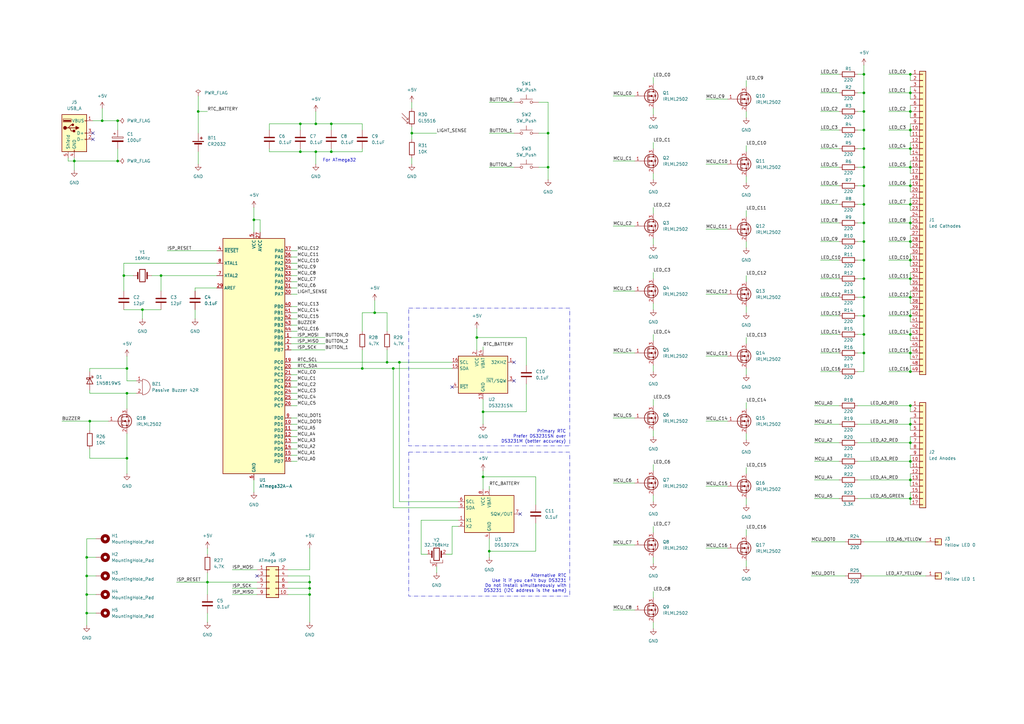
<source format=kicad_sch>
(kicad_sch (version 20250114) (generator "eeschema") (generator_version "9.0")
  (paper "A3")
  (title_block (title "SuperClock v3.1 Controller"))
  (rectangle (start 167.64 185.42) (end 233.68 244.475) (stroke (width 0) (type dash_dot)))
  (rectangle (start 167.64 126.365) (end 233.68 182.88) (stroke (width 0) (type dash_dot)))
  (text "Primary RTC\nPrefer DS3231SN over\nDS3231M (better accuracy)" (at 232.156 179.07 0) (effects (font (size 1.27 1.27)) (justify right)))
  (text "Alternative RTC\nUse it if you can't buy DS3231\nDo not install simultaneously with\nDS3231 (I2C address is the same)" (at 232.41 239.268 0) (effects (font (size 1.27 1.27)) (justify right)))
  (text "For ATmega32" (at 139.192 65.786 0) (effects (font (size 1.27 1.27))))
  (junction (at 200.66 226.06))
  (junction (at 354.33 83.82))
  (junction (at 373.38 106.68))
  (junction (at 35.56 228.6))
  (junction (at 354.33 91.44))
  (junction (at 354.33 144.78))
  (junction (at 36.83 172.72))
  (junction (at 35.56 236.22))
  (junction (at 373.38 114.3))
  (junction (at 354.33 106.68))
  (junction (at 354.33 30.48))
  (junction (at 195.58 138.43))
  (junction (at 129.54 62.23))
  (junction (at 135.89 62.23))
  (junction (at 373.38 76.2))
  (junction (at 354.33 68.58))
  (junction (at 158.75 148.59))
  (junction (at 48.26 49.53))
  (junction (at 30.48 66.04))
  (junction (at 373.38 99.06))
  (junction (at 81.28 45.72))
  (junction (at 373.38 30.48))
  (junction (at 354.33 114.3))
  (junction (at 373.38 45.72))
  (junction (at 373.38 137.16))
  (junction (at 123.19 62.23))
  (junction (at 161.29 151.13))
  (junction (at 373.38 181.61))
  (junction (at 48.26 66.04))
  (junction (at 354.33 99.06))
  (junction (at 52.07 161.29))
  (junction (at 354.33 53.34))
  (junction (at 50.8 113.03))
  (junction (at 52.07 187.96))
  (junction (at 104.14 90.17))
  (junction (at 373.38 68.58))
  (junction (at 224.79 68.58))
  (junction (at 66.04 113.03))
  (junction (at 35.56 251.46))
  (junction (at 129.54 50.8))
  (junction (at 58.42 127))
  (junction (at 168.91 54.61))
  (junction (at 41.91 49.53))
  (junction (at 52.07 151.13))
  (junction (at 373.38 144.78))
  (junction (at 373.38 38.1))
  (junction (at 123.19 50.8))
  (junction (at 373.38 166.37))
  (junction (at 153.67 128.27))
  (junction (at 163.83 148.59))
  (junction (at 354.33 129.54))
  (junction (at 224.79 54.61))
  (junction (at 373.38 189.23))
  (junction (at 354.33 137.16))
  (junction (at 373.38 196.85))
  (junction (at 373.38 204.47))
  (junction (at 85.09 238.76))
  (junction (at 127 238.76))
  (junction (at 198.12 195.58))
  (junction (at 354.33 76.2))
  (junction (at 354.33 60.96))
  (junction (at 373.38 152.4))
  (junction (at 373.38 83.82))
  (junction (at 135.89 50.8))
  (junction (at 354.33 121.92))
  (junction (at 198.12 168.91))
  (junction (at 148.59 151.13))
  (junction (at 127 241.3))
  (junction (at 354.33 45.72))
  (junction (at 373.38 121.92))
  (junction (at 373.38 129.54))
  (junction (at 373.38 53.34))
  (junction (at 373.38 173.99))
  (junction (at 127 243.84))
  (junction (at 354.33 38.1))
  (junction (at 373.38 60.96))
  (junction (at 35.56 243.84))
  (junction (at 373.38 91.44))
  (no_connect (at 185.42 158.75))
  (no_connect (at 210.82 148.59))
  (no_connect (at 38.1 54.61))
  (no_connect (at 38.1 57.15))
  (no_connect (at 213.36 210.82))
  (no_connect (at 210.82 156.21))
  (no_connect (at 105.41 236.22))
  (wire (pts (xy 364.49 121.92) (xy 373.38 121.92)))
  (wire (pts (xy 119.38 107.95) (xy 121.92 107.95)))
  (wire (pts (xy 52.07 177.8) (xy 52.07 187.96)))
  (wire (pts (xy 351.79 196.85) (xy 373.38 196.85)))
  (wire (pts (xy 306.07 204.47) (xy 306.07 207.01)))
  (wire (pts (xy 373.38 76.2) (xy 373.38 78.74)))
  (wire (pts (xy 306.07 177.8) (xy 306.07 180.34)))
  (wire (pts (xy 351.79 166.37) (xy 373.38 166.37)))
  (wire (pts (xy 168.91 64.77) (xy 168.91 67.31)))
  (wire (pts (xy 198.12 195.58) (xy 198.12 200.66)))
  (wire (pts (xy 351.79 106.68) (xy 354.33 106.68)))
  (wire (pts (xy 373.38 91.44) (xy 373.38 93.98)))
  (wire (pts (xy 354.33 91.44) (xy 354.33 99.06)))
  (wire (pts (xy 168.91 52.07) (xy 168.91 54.61)))
  (wire (pts (xy 251.46 250.19) (xy 260.35 250.19)))
  (wire (pts (xy 306.07 113.03) (xy 306.07 115.57)))
  (wire (pts (xy 215.9 138.43) (xy 195.58 138.43)))
  (wire (pts (xy 35.56 236.22) (xy 39.37 236.22)))
  (wire (pts (xy 119.38 113.03) (xy 121.92 113.03)))
  (wire (pts (xy 30.48 64.77) (xy 30.48 66.04)))
  (wire (pts (xy 95.25 243.84) (xy 105.41 243.84)))
  (wire (pts (xy 129.54 50.8) (xy 123.19 50.8)))
  (wire (pts (xy 48.26 66.04) (xy 30.48 66.04)))
  (wire (pts (xy 215.9 138.43) (xy 215.9 149.86)))
  (wire (pts (xy 267.97 71.12) (xy 267.97 73.66)))
  (wire (pts (xy 119.38 143.51) (xy 133.35 143.51)))
  (wire (pts (xy 289.56 120.65) (xy 298.45 120.65)))
  (wire (pts (xy 334.01 196.85) (xy 344.17 196.85)))
  (wire (pts (xy 119.38 156.21) (xy 121.92 156.21)))
  (wire (pts (xy 267.97 124.46) (xy 267.97 127)))
  (wire (pts (xy 200.66 199.39) (xy 200.66 200.66)))
  (wire (pts (xy 354.33 53.34) (xy 354.33 60.96)))
  (wire (pts (xy 119.38 138.43) (xy 133.35 138.43)))
  (wire (pts (xy 119.38 130.81) (xy 121.92 130.81)))
  (wire (pts (xy 148.59 143.51) (xy 148.59 151.13)))
  (wire (pts (xy 195.58 134.62) (xy 195.58 138.43)))
  (wire (pts (xy 354.33 68.58) (xy 354.33 76.2)))
  (wire (pts (xy 119.38 110.49) (xy 121.92 110.49)))
  (wire (pts (xy 354.33 114.3) (xy 354.33 121.92)))
  (wire (pts (xy 336.55 45.72) (xy 344.17 45.72)))
  (wire (pts (xy 373.38 58.42) (xy 373.38 60.96)))
  (wire (pts (xy 351.79 91.44) (xy 354.33 91.44)))
  (wire (pts (xy 364.49 68.58) (xy 373.38 68.58)))
  (wire (pts (xy 267.97 97.79) (xy 267.97 100.33)))
  (wire (pts (xy 373.38 50.8) (xy 373.38 53.34)))
  (wire (pts (xy 123.19 62.23) (xy 123.19 60.96)))
  (wire (pts (xy 66.04 113.03) (xy 66.04 119.38)))
  (wire (pts (xy 163.83 148.59) (xy 163.83 205.74)))
  (wire (pts (xy 351.79 99.06) (xy 354.33 99.06)))
  (wire (pts (xy 373.38 186.69) (xy 373.38 189.23)))
  (wire (pts (xy 127 238.76) (xy 127 241.3)))
  (wire (pts (xy 306.07 72.39) (xy 306.07 74.93)))
  (wire (pts (xy 185.42 215.9) (xy 185.42 227.33)))
  (wire (pts (xy 267.97 44.45) (xy 267.97 46.99)))
  (wire (pts (xy 336.55 152.4) (xy 344.17 152.4)))
  (wire (pts (xy 336.55 99.06) (xy 344.17 99.06)))
  (wire (pts (xy 119.38 179.07) (xy 121.92 179.07)))
  (wire (pts (xy 50.8 107.95) (xy 50.8 113.03)))
  (wire (pts (xy 219.71 214.63) (xy 219.71 226.06)))
  (wire (pts (xy 129.54 45.72) (xy 129.54 50.8)))
  (wire (pts (xy 336.55 121.92) (xy 344.17 121.92)))
  (wire (pts (xy 267.97 228.6) (xy 267.97 231.14)))
  (wire (pts (xy 267.97 242.57) (xy 267.97 245.11)))
  (wire (pts (xy 373.38 99.06) (xy 373.38 101.6)))
  (wire (pts (xy 289.56 67.31) (xy 298.45 67.31)))
  (wire (pts (xy 119.38 153.67) (xy 121.92 153.67)))
  (wire (pts (xy 267.97 190.5) (xy 267.97 193.04)))
  (wire (pts (xy 364.49 152.4) (xy 373.38 152.4)))
  (wire (pts (xy 267.97 203.2) (xy 267.97 205.74)))
  (wire (pts (xy 373.38 83.82) (xy 373.38 86.36)))
  (wire (pts (xy 354.33 30.48) (xy 354.33 38.1)))
  (wire (pts (xy 119.38 181.61) (xy 121.92 181.61)))
  (wire (pts (xy 364.49 114.3) (xy 373.38 114.3)))
  (wire (pts (xy 95.25 241.3) (xy 105.41 241.3)))
  (wire (pts (xy 251.46 144.78) (xy 260.35 144.78)))
  (wire (pts (xy 119.38 125.73) (xy 121.92 125.73)))
  (wire (pts (xy 163.83 148.59) (xy 158.75 148.59)))
  (wire (pts (xy 123.19 53.34) (xy 123.19 50.8)))
  (wire (pts (xy 148.59 62.23) (xy 148.59 60.96)))
  (wire (pts (xy 110.49 53.34) (xy 110.49 50.8)))
  (wire (pts (xy 36.83 151.13) (xy 52.07 151.13)))
  (wire (pts (xy 267.97 163.83) (xy 267.97 166.37)))
  (wire (pts (xy 119.38 135.89) (xy 121.92 135.89)))
  (wire (pts (xy 35.56 243.84) (xy 39.37 243.84)))
  (wire (pts (xy 119.38 115.57) (xy 121.92 115.57)))
  (wire (pts (xy 80.01 118.11) (xy 80.01 119.38)))
  (wire (pts (xy 267.97 111.76) (xy 267.97 114.3)))
  (wire (pts (xy 35.56 228.6) (xy 39.37 228.6)))
  (wire (pts (xy 135.89 62.23) (xy 129.54 62.23)))
  (wire (pts (xy 30.48 66.04) (xy 30.48 69.85)))
  (wire (pts (xy 52.07 156.21) (xy 52.07 151.13)))
  (wire (pts (xy 373.38 35.56) (xy 373.38 38.1)))
  (wire (pts (xy 172.72 213.36) (xy 172.72 227.33)))
  (wire (pts (xy 148.59 135.89) (xy 148.59 128.27)))
  (wire (pts (xy 306.07 191.77) (xy 306.07 194.31)))
  (wire (pts (xy 373.38 119.38) (xy 373.38 121.92)))
  (wire (pts (xy 200.66 41.91) (xy 210.82 41.91)))
  (wire (pts (xy 373.38 43.18) (xy 373.38 45.72)))
  (wire (pts (xy 80.01 127) (xy 80.01 130.81)))
  (wire (pts (xy 118.11 243.84) (xy 127 243.84)))
  (wire (pts (xy 35.56 251.46) (xy 35.56 256.54)))
  (wire (pts (xy 224.79 68.58) (xy 224.79 73.66)))
  (wire (pts (xy 251.46 92.71) (xy 260.35 92.71)))
  (wire (pts (xy 50.8 107.95) (xy 88.9 107.95)))
  (wire (pts (xy 36.83 152.4) (xy 36.83 151.13)))
  (wire (pts (xy 251.46 171.45) (xy 260.35 171.45)))
  (wire (pts (xy 332.74 222.25) (xy 346.71 222.25)))
  (wire (pts (xy 148.59 53.34) (xy 148.59 50.8)))
  (wire (pts (xy 267.97 137.16) (xy 267.97 139.7)))
  (wire (pts (xy 219.71 195.58) (xy 198.12 195.58)))
  (wire (pts (xy 36.83 172.72) (xy 36.83 176.53)))
  (wire (pts (xy 127 236.22) (xy 127 238.76)))
  (wire (pts (xy 220.98 68.58) (xy 224.79 68.58)))
  (wire (pts (xy 373.38 45.72) (xy 373.38 48.26)))
  (wire (pts (xy 351.79 53.34) (xy 354.33 53.34)))
  (wire (pts (xy 36.83 187.96) (xy 52.07 187.96)))
  (wire (pts (xy 354.33 83.82) (xy 354.33 91.44)))
  (wire (pts (xy 110.49 62.23) (xy 123.19 62.23)))
  (wire (pts (xy 334.01 173.99) (xy 344.17 173.99)))
  (wire (pts (xy 161.29 151.13) (xy 148.59 151.13)))
  (wire (pts (xy 85.09 238.76) (xy 85.09 243.84)))
  (wire (pts (xy 119.38 186.69) (xy 121.92 186.69)))
  (wire (pts (xy 119.38 120.65) (xy 121.92 120.65)))
  (wire (pts (xy 289.56 199.39) (xy 298.45 199.39)))
  (wire (pts (xy 373.38 194.31) (xy 373.38 196.85)))
  (wire (pts (xy 306.07 99.06) (xy 306.07 101.6)))
  (wire (pts (xy 351.79 173.99) (xy 373.38 173.99)))
  (wire (pts (xy 118.11 238.76) (xy 127 238.76)))
  (wire (pts (xy 95.25 233.68) (xy 105.41 233.68)))
  (wire (pts (xy 373.38 134.62) (xy 373.38 137.16)))
  (wire (pts (xy 354.33 236.22) (xy 379.73 236.22)))
  (wire (pts (xy 81.28 45.72) (xy 81.28 54.61)))
  (wire (pts (xy 373.38 181.61) (xy 373.38 184.15)))
  (wire (pts (xy 129.54 62.23) (xy 129.54 67.31)))
  (wire (pts (xy 148.59 50.8) (xy 135.89 50.8)))
  (wire (pts (xy 195.58 138.43) (xy 195.58 143.51)))
  (wire (pts (xy 52.07 187.96) (xy 52.07 194.31)))
  (wire (pts (xy 72.39 238.76) (xy 85.09 238.76)))
  (wire (pts (xy 85.09 251.46) (xy 85.09 255.27)))
  (wire (pts (xy 351.79 30.48) (xy 354.33 30.48)))
  (wire (pts (xy 62.23 113.03) (xy 66.04 113.03)))
  (wire (pts (xy 127 243.84) (xy 127 255.27)))
  (wire (pts (xy 118.11 233.68) (xy 127 233.68)))
  (wire (pts (xy 110.49 60.96) (xy 110.49 62.23)))
  (wire (pts (xy 200.66 226.06) (xy 200.66 228.6)))
  (wire (pts (xy 224.79 54.61) (xy 224.79 68.58)))
  (wire (pts (xy 364.49 99.06) (xy 373.38 99.06)))
  (wire (pts (xy 220.98 54.61) (xy 224.79 54.61)))
  (wire (pts (xy 289.56 40.64) (xy 298.45 40.64)))
  (wire (pts (xy 198.12 163.83) (xy 198.12 168.91)))
  (wire (pts (xy 373.38 137.16) (xy 373.38 139.7)))
  (wire (pts (xy 267.97 149.86) (xy 267.97 152.4)))
  (wire (pts (xy 373.38 81.28) (xy 373.38 83.82)))
  (wire (pts (xy 289.56 146.05) (xy 298.45 146.05)))
  (wire (pts (xy 119.38 184.15) (xy 121.92 184.15)))
  (wire (pts (xy 50.8 113.03) (xy 50.8 119.38)))
  (wire (pts (xy 289.56 93.98) (xy 298.45 93.98)))
  (wire (pts (xy 364.49 137.16) (xy 373.38 137.16)))
  (wire (pts (xy 354.33 137.16) (xy 354.33 144.78)))
  (wire (pts (xy 364.49 45.72) (xy 373.38 45.72)))
  (wire (pts (xy 354.33 144.78) (xy 354.33 152.4)))
  (wire (pts (xy 119.38 128.27) (xy 121.92 128.27)))
  (wire (pts (xy 119.38 166.37) (xy 121.92 166.37)))
  (wire (pts (xy 351.79 83.82) (xy 354.33 83.82)))
  (wire (pts (xy 336.55 38.1) (xy 344.17 38.1)))
  (wire (pts (xy 289.56 172.72) (xy 298.45 172.72)))
  (wire (pts (xy 80.01 118.11) (xy 88.9 118.11)))
  (wire (pts (xy 185.42 227.33) (xy 182.88 227.33)))
  (wire (pts (xy 135.89 53.34) (xy 135.89 50.8)))
  (wire (pts (xy 364.49 106.68) (xy 373.38 106.68)))
  (wire (pts (xy 351.79 60.96) (xy 354.33 60.96)))
  (wire (pts (xy 267.97 176.53) (xy 267.97 179.07)))
  (wire (pts (xy 354.33 60.96) (xy 354.33 68.58)))
  (wire (pts (xy 354.33 106.68) (xy 354.33 114.3)))
  (wire (pts (xy 351.79 45.72) (xy 354.33 45.72)))
  (wire (pts (xy 334.01 181.61) (xy 344.17 181.61)))
  (wire (pts (xy 127 224.79) (xy 127 233.68)))
  (wire (pts (xy 119.38 176.53) (xy 121.92 176.53)))
  (wire (pts (xy 129.54 62.23) (xy 123.19 62.23)))
  (wire (pts (xy 364.49 38.1) (xy 373.38 38.1)))
  (wire (pts (xy 373.38 96.52) (xy 373.38 99.06)))
  (wire (pts (xy 267.97 215.9) (xy 267.97 218.44)))
  (wire (pts (xy 55.88 156.21) (xy 52.07 156.21)))
  (wire (pts (xy 48.26 49.53) (xy 48.26 53.34)))
  (wire (pts (xy 41.91 49.53) (xy 41.91 44.45)))
  (wire (pts (xy 55.88 161.29) (xy 52.07 161.29)))
  (wire (pts (xy 373.38 204.47) (xy 373.38 207.01)))
  (wire (pts (xy 373.38 106.68) (xy 373.38 109.22)))
  (wire (pts (xy 306.07 125.73) (xy 306.07 128.27)))
  (wire (pts (xy 198.12 142.24) (xy 198.12 143.51)))
  (wire (pts (xy 373.38 144.78) (xy 373.38 147.32)))
  (wire (pts (xy 306.07 59.69) (xy 306.07 62.23)))
  (wire (pts (xy 267.97 85.09) (xy 267.97 87.63)))
  (wire (pts (xy 172.72 227.33) (xy 175.26 227.33)))
  (wire (pts (xy 50.8 113.03) (xy 54.61 113.03)))
  (wire (pts (xy 336.55 114.3) (xy 344.17 114.3)))
  (wire (pts (xy 336.55 137.16) (xy 344.17 137.16)))
  (wire (pts (xy 336.55 129.54) (xy 344.17 129.54)))
  (wire (pts (xy 267.97 255.27) (xy 267.97 257.81)))
  (wire (pts (xy 118.11 236.22) (xy 127 236.22)))
  (wire (pts (xy 35.56 220.98) (xy 35.56 228.6)))
  (wire (pts (xy 336.55 144.78) (xy 344.17 144.78)))
  (wire (pts (xy 168.91 57.15) (xy 168.91 54.61)))
  (wire (pts (xy 127 241.3) (xy 127 243.84)))
  (wire (pts (xy 68.58 102.87) (xy 88.9 102.87)))
  (wire (pts (xy 354.33 26.67) (xy 354.33 30.48)))
  (wire (pts (xy 110.49 50.8) (xy 123.19 50.8)))
  (wire (pts (xy 200.66 68.58) (xy 210.82 68.58)))
  (wire (pts (xy 35.56 228.6) (xy 35.56 236.22)))
  (wire (pts (xy 336.55 83.82) (xy 344.17 83.82)))
  (wire (pts (xy 373.38 196.85) (xy 373.38 199.39)))
  (wire (pts (xy 373.38 60.96) (xy 373.38 63.5)))
  (wire (pts (xy 354.33 121.92) (xy 354.33 129.54)))
  (wire (pts (xy 364.49 144.78) (xy 373.38 144.78)))
  (wire (pts (xy 219.71 226.06) (xy 200.66 226.06)))
  (wire (pts (xy 373.38 121.92) (xy 373.38 124.46)))
  (wire (pts (xy 161.29 151.13) (xy 185.42 151.13)))
  (wire (pts (xy 168.91 54.61) (xy 179.07 54.61)))
  (wire (pts (xy 35.56 251.46) (xy 39.37 251.46)))
  (wire (pts (xy 351.79 137.16) (xy 354.33 137.16)))
  (wire (pts (xy 351.79 68.58) (xy 354.33 68.58)))
  (wire (pts (xy 119.38 148.59) (xy 158.75 148.59)))
  (wire (pts (xy 336.55 91.44) (xy 344.17 91.44)))
  (wire (pts (xy 354.33 45.72) (xy 354.33 53.34)))
  (wire (pts (xy 306.07 86.36) (xy 306.07 88.9)))
  (wire (pts (xy 251.46 39.37) (xy 260.35 39.37)))
  (wire (pts (xy 306.07 45.72) (xy 306.07 48.26)))
  (wire (pts (xy 153.67 128.27) (xy 158.75 128.27)))
  (wire (pts (xy 85.09 224.79) (xy 85.09 227.33)))
  (wire (pts (xy 104.14 90.17) (xy 106.68 90.17)))
  (wire (pts (xy 135.89 50.8) (xy 129.54 50.8)))
  (wire (pts (xy 373.38 53.34) (xy 373.38 55.88)))
  (wire (pts (xy 351.79 114.3) (xy 354.33 114.3)))
  (wire (pts (xy 219.71 207.01) (xy 219.71 195.58)))
  (wire (pts (xy 35.56 243.84) (xy 35.56 251.46)))
  (wire (pts (xy 48.26 60.96) (xy 48.26 66.04)))
  (wire (pts (xy 351.79 76.2) (xy 354.33 76.2)))
  (wire (pts (xy 289.56 224.79) (xy 298.45 224.79)))
  (wire (pts (xy 168.91 41.91) (xy 168.91 44.45)))
  (wire (pts (xy 35.56 236.22) (xy 35.56 243.84)))
  (wire (pts (xy 373.38 179.07) (xy 373.38 181.61)))
  (wire (pts (xy 373.38 104.14) (xy 373.38 106.68)))
  (wire (pts (xy 373.38 201.93) (xy 373.38 204.47)))
  (wire (pts (xy 373.38 149.86) (xy 373.38 152.4)))
  (wire (pts (xy 351.79 121.92) (xy 354.33 121.92)))
  (wire (pts (xy 373.38 127) (xy 373.38 129.54)))
  (wire (pts (xy 106.68 95.25) (xy 106.68 90.17)))
  (wire (pts (xy 38.1 49.53) (xy 41.91 49.53)))
  (wire (pts (xy 39.37 220.98) (xy 35.56 220.98)))
  (wire (pts (xy 364.49 53.34) (xy 373.38 53.34)))
  (wire (pts (xy 118.11 241.3) (xy 127 241.3)))
  (wire (pts (xy 104.14 95.25) (xy 104.14 90.17)))
  (wire (pts (xy 119.38 158.75) (xy 121.92 158.75)))
  (wire (pts (xy 52.07 161.29) (xy 52.07 167.64)))
  (wire (pts (xy 85.09 238.76) (xy 105.41 238.76)))
  (wire (pts (xy 36.83 161.29) (xy 52.07 161.29)))
  (wire (pts (xy 364.49 30.48) (xy 373.38 30.48)))
  (wire (pts (xy 153.67 123.19) (xy 153.67 128.27)))
  (wire (pts (xy 215.9 168.91) (xy 198.12 168.91)))
  (wire (pts (xy 104.14 90.17) (xy 104.14 85.09)))
  (wire (pts (xy 306.07 217.17) (xy 306.07 219.71)))
  (wire (pts (xy 373.38 68.58) (xy 373.38 71.12)))
  (wire (pts (xy 66.04 127) (xy 58.42 127)))
  (wire (pts (xy 41.91 49.53) (xy 48.26 49.53)))
  (wire (pts (xy 373.38 38.1) (xy 373.38 40.64)))
  (wire (pts (xy 135.89 60.96) (xy 135.89 62.23)))
  (wire (pts (xy 215.9 157.48) (xy 215.9 168.91)))
  (wire (pts (xy 58.42 127) (xy 58.42 130.81)))
  (wire (pts (xy 267.97 58.42) (xy 267.97 60.96)))
  (wire (pts (xy 81.28 45.72) (xy 85.09 45.72)))
  (wire (pts (xy 119.38 105.41) (xy 121.92 105.41)))
  (wire (pts (xy 373.38 171.45) (xy 373.38 173.99)))
  (wire (pts (xy 336.55 106.68) (xy 344.17 106.68)))
  (wire (pts (xy 187.96 215.9) (xy 185.42 215.9)))
  (wire (pts (xy 336.55 76.2) (xy 344.17 76.2)))
  (wire (pts (xy 373.38 173.99) (xy 373.38 176.53)))
  (wire (pts (xy 364.49 60.96) (xy 373.38 60.96)))
  (wire (pts (xy 251.46 66.04) (xy 260.35 66.04)))
  (wire (pts (xy 336.55 68.58) (xy 344.17 68.58)))
  (wire (pts (xy 66.04 113.03) (xy 88.9 113.03)))
  (wire (pts (xy 334.01 204.47) (xy 344.17 204.47)))
  (wire (pts (xy 224.79 41.91) (xy 224.79 54.61)))
  (wire (pts (xy 119.38 118.11) (xy 121.92 118.11)))
  (wire (pts (xy 119.38 102.87) (xy 121.92 102.87)))
  (wire (pts (xy 336.55 53.34) (xy 344.17 53.34)))
  (wire (pts (xy 52.07 151.13) (xy 52.07 146.05)))
  (wire (pts (xy 220.98 41.91) (xy 224.79 41.91)))
  (wire (pts (xy 158.75 128.27) (xy 158.75 135.89)))
  (wire (pts (xy 163.83 148.59) (xy 185.42 148.59)))
  (wire (pts (xy 364.49 83.82) (xy 373.38 83.82)))
  (wire (pts (xy 198.12 168.91) (xy 198.12 173.99)))
  (wire (pts (xy 336.55 30.48) (xy 344.17 30.48)))
  (wire (pts (xy 104.14 196.85) (xy 104.14 201.93)))
  (wire (pts (xy 36.83 172.72) (xy 44.45 172.72)))
  (wire (pts (xy 306.07 229.87) (xy 306.07 232.41)))
  (wire (pts (xy 81.28 39.37) (xy 81.28 45.72)))
  (wire (pts (xy 200.66 54.61) (xy 210.82 54.61)))
  (wire (pts (xy 251.46 119.38) (xy 260.35 119.38)))
  (wire (pts (xy 161.29 151.13) (xy 161.29 208.28)))
  (wire (pts (xy 251.46 198.12) (xy 260.35 198.12)))
  (wire (pts (xy 373.38 66.04) (xy 373.38 68.58)))
  (wire (pts (xy 267.97 31.75) (xy 267.97 34.29)))
  (wire (pts (xy 351.79 38.1) (xy 354.33 38.1)))
  (wire (pts (xy 85.09 234.95) (xy 85.09 238.76)))
  (wire (pts (xy 27.94 66.04) (xy 30.48 66.04)))
  (wire (pts (xy 373.38 142.24) (xy 373.38 144.78)))
  (wire (pts (xy 36.83 160.02) (xy 36.83 161.29)))
  (wire (pts (xy 161.29 208.28) (xy 187.96 208.28)))
  (wire (pts (xy 351.79 129.54) (xy 354.33 129.54)))
  (wire (pts (xy 373.38 111.76) (xy 373.38 114.3)))
  (wire (pts (xy 351.79 204.47) (xy 373.38 204.47)))
  (wire (pts (xy 332.74 236.22) (xy 346.71 236.22)))
  (wire (pts (xy 163.83 205.74) (xy 187.96 205.74)))
  (wire (pts (xy 119.38 151.13) (xy 148.59 151.13)))
  (wire (pts (xy 36.83 187.96) (xy 36.83 184.15)))
  (wire (pts (xy 351.79 181.61) (xy 373.38 181.61)))
  (wire (pts (xy 306.07 151.13) (xy 306.07 153.67)))
  (wire (pts (xy 373.38 166.37) (xy 373.38 168.91)))
  (wire (pts (xy 81.28 62.23) (xy 81.28 67.31)))
  (wire (pts (xy 351.79 189.23) (xy 373.38 189.23)))
  (wire (pts (xy 373.38 114.3) (xy 373.38 116.84)))
  (wire (pts (xy 200.66 220.98) (xy 200.66 226.06)))
  (wire (pts (xy 373.38 129.54) (xy 373.38 132.08)))
  (wire (pts (xy 373.38 88.9) (xy 373.38 91.44)))
  (wire (pts (xy 336.55 60.96) (xy 344.17 60.96)))
  (wire (pts (xy 119.38 161.29) (xy 121.92 161.29)))
  (wire (pts (xy 119.38 133.35) (xy 121.92 133.35)))
  (wire (pts (xy 148.59 62.23) (xy 135.89 62.23)))
  (wire (pts (xy 158.75 143.51) (xy 158.75 148.59)))
  (wire (pts (xy 119.38 189.23) (xy 121.92 189.23)))
  (wire (pts (xy 364.49 76.2) (xy 373.38 76.2)))
  (wire (pts (xy 179.07 232.41) (xy 179.07 234.95)))
  (wire (pts (xy 354.33 99.06) (xy 354.33 106.68)))
  (wire (pts (xy 354.33 76.2) (xy 354.33 83.82)))
  (wire (pts (xy 334.01 189.23) (xy 344.17 189.23)))
  (wire (pts (xy 373.38 30.48) (xy 373.38 33.02)))
  (wire (pts (xy 36.83 172.72) (xy 25.4 172.72)))
  (wire (pts (xy 351.79 152.4) (xy 354.33 152.4)))
  (wire (pts (xy 27.94 64.77) (xy 27.94 66.04)))
  (wire (pts (xy 373.38 73.66) (xy 373.38 76.2)))
  (wire (pts (xy 119.38 163.83) (xy 121.92 163.83)))
  (wire (pts (xy 373.38 189.23) (xy 373.38 191.77)))
  (wire (pts (xy 354.33 129.54) (xy 354.33 137.16)))
  (wire (pts (xy 306.07 165.1) (xy 306.07 167.64)))
  (wire (pts (xy 306.07 138.43) (xy 306.07 140.97)))
  (wire (pts (xy 364.49 129.54) (xy 373.38 129.54)))
  (wire (pts (xy 187.96 213.36) (xy 172.72 213.36)))
  (wire (pts (xy 251.46 223.52) (xy 260.35 223.52)))
  (wire (pts (xy 351.79 144.78) (xy 354.33 144.78)))
  (wire (pts (xy 334.01 166.37) (xy 344.17 166.37)))
  (wire (pts (xy 364.49 91.44) (xy 373.38 91.44)))
  (wire (pts (xy 148.59 128.27) (xy 153.67 128.27)))
  (wire (pts (xy 306.07 33.02) (xy 306.07 35.56)))
  (wire (pts (xy 354.33 38.1) (xy 354.33 45.72)))
  (wire (pts (xy 50.8 127) (xy 58.42 127)))
  (wire (pts (xy 354.33 222.25) (xy 379.73 222.25)))
  (wire (pts (xy 198.12 193.04) (xy 198.12 195.58)))
  (wire (pts (xy 119.38 140.97) (xy 133.35 140.97)))
  (wire (pts (xy 119.38 173.99) (xy 121.92 173.99)))
  (wire (pts (xy 119.38 171.45) (xy 121.92 171.45)))
  (label "MCU_C10" (at 289.56 67.31 0))
  (label "LED_C11" (at 364.49 114.3 0))
  (label "MCU_A1" (at 121.92 186.69 0))
  (label "LED_C2" (at 336.55 45.72 0))
  (label "LED_C3" (at 267.97 111.76 0))
  (label "MCU_C8" (at 121.92 113.03 0))
  (label "BUTTON_1" (at 133.35 143.51 0))
  (label "LED_A6_YELLOW" (at 363.22 222.25 0))
  (label "LED_C10" (at 364.49 106.68 0))
  (label "RTC_SDA" (at 121.92 151.13 0))
  (label "LED_C16" (at 364.49 152.4 0))
  (label "LED_C8" (at 364.49 91.44 0))
  (label "LED_C2" (at 364.49 45.72 0))
  (label "MCU_C16" (at 289.56 224.79 0))
  (label "LED_C13" (at 336.55 129.54 0))
  (label "LED_C16" (at 306.07 217.17 0))
  (label "LED_C7" (at 267.97 215.9 0))
  (label "LED_C9" (at 336.55 99.06 0))
  (label "LED_A0_RED" (at 356.87 166.37 0))
  (label "BUZZER" (at 25.4 172.72 0))
  (label "LED_C7" (at 364.49 83.82 0))
  (label "LED_C1" (at 267.97 58.42 0))
  (label "MCU_C9" (at 289.56 40.64 0))
  (label "MCU_A4" (at 121.92 179.07 0))
  (label "MCU_C12" (at 289.56 120.65 0))
  (label "LED_C1" (at 336.55 38.1 0))
  (label "LED_A3_RED" (at 356.87 189.23 0))
  (label "MCU_C13" (at 289.56 146.05 0))
  (label "LED_C9" (at 364.49 99.06 0))
  (label "LED_A4_RED" (at 356.87 196.85 0))
  (label "ISP_RESET" (at 68.58 102.87 0))
  (label "LED_C15" (at 306.07 191.77 0))
  (label "LED_C14" (at 306.07 165.1 0))
  (label "LED_C11" (at 306.07 86.36 0))
  (label "MCU_DOT0" (at 121.92 173.99 0))
  (label "MCU_C4" (at 121.92 163.83 0))
  (label "MCU_C15" (at 121.92 130.81 0))
  (label "LED_C5" (at 336.55 68.58 0))
  (label "MCU_C6" (at 251.46 198.12 0))
  (label "BUTTON_2" (at 200.66 68.58 0))
  (label "ISP_RESET" (at 72.39 238.76 0))
  (label "LED_C4" (at 364.49 60.96 0))
  (label "LED_C3" (at 336.55 53.34 0))
  (label "LED_C12" (at 336.55 121.92 0))
  (label "LED_C11" (at 336.55 114.3 0))
  (label "MCU_C2" (at 251.46 92.71 0))
  (label "MCU_C16" (at 121.92 135.89 0))
  (label "MCU_C9" (at 121.92 110.49 0))
  (label "MCU_C4" (at 251.46 144.78 0))
  (label "LED_C15" (at 336.55 144.78 0))
  (label "LED_C13" (at 364.49 129.54 0))
  (label "MCU_C10" (at 121.92 107.95 0))
  (label "MCU_C6" (at 121.92 118.11 0))
  (label "ISP_MISO" (at 121.92 140.97 0))
  (label "ISP_SCK" (at 95.25 241.3 0))
  (label "LED_A2_RED" (at 356.87 181.61 0))
  (label "LED_C9" (at 306.07 33.02 0))
  (label "LED_C5" (at 364.49 68.58 0))
  (label "BUTTON_0" (at 133.35 138.43 0))
  (label "RTC_SCL" (at 121.92 148.59 0))
  (label "MCU_A5" (at 121.92 176.53 0))
  (label "LED_C3" (at 364.49 53.34 0))
  (label "LED_C0" (at 336.55 30.48 0))
  (label "LED_C0" (at 267.97 31.75 0))
  (label "LED_C13" (at 306.07 138.43 0))
  (label "MCU_C13" (at 121.92 125.73 0))
  (label "MCU_C11" (at 121.92 105.41 0))
  (label "LED_C12" (at 306.07 113.03 0))
  (label "LED_C0" (at 364.49 30.48 0))
  (label "LIGHT_SENSE" (at 121.92 120.65 0))
  (label "MCU_A0" (at 334.01 166.37 0))
  (label "LED_A7_YELLOW" (at 363.22 236.22 0))
  (label "MCU_DOT1" (at 332.74 236.22 0))
  (label "MCU_A2" (at 334.01 181.61 0))
  (label "MCU_C14" (at 289.56 172.72 0))
  (label "MCU_DOT0" (at 332.74 222.25 0))
  (label "ISP_MOSI" (at 95.25 233.68 0))
  (label "MCU_C7" (at 251.46 223.52 0))
  (label "MCU_C0" (at 251.46 39.37 0))
  (label "MCU_A3" (at 121.92 181.61 0))
  (label "LED_C16" (at 336.55 152.4 0))
  (label "LED_C6" (at 267.97 190.5 0))
  (label "MCU_C5" (at 251.46 171.45 0))
  (label "LED_C6" (at 336.55 76.2 0))
  (label "LED_C1" (at 364.49 38.1 0))
  (label "MCU_C3" (at 251.46 119.38 0))
  (label "MCU_C14" (at 121.92 128.27 0))
  (label "LED_C14" (at 336.55 137.16 0))
  (label "MCU_C0" (at 121.92 153.67 0))
  (label "LED_C15" (at 364.49 144.78 0))
  (label "MCU_A3" (at 334.01 189.23 0))
  (label "MCU_A4" (at 334.01 196.85 0))
  (label "LIGHT_SENSE" (at 179.07 54.61 0))
  (label "BUTTON_2" (at 133.35 140.97 0))
  (label "LED_C4" (at 336.55 60.96 0))
  (label "LED_C14" (at 364.49 137.16 0))
  (label "MCU_C5" (at 121.92 166.37 0))
  (label "MCU_C11" (at 289.56 93.98 0))
  (label "LED_C12" (at 364.49 121.92 0))
  (label "LED_A1_RED" (at 356.87 173.99 0))
  (label "LED_C6" (at 364.49 76.2 0))
  (label "LED_C10" (at 306.07 59.69 0))
  (label "LED_C7" (at 336.55 83.82 0))
  (label "MCU_C8" (at 251.46 250.19 0))
  (label "MCU_C1" (at 121.92 156.21 0))
  (label "MCU_DOT1" (at 121.92 171.45 0))
  (label "BUZZER" (at 121.92 133.35 0))
  (label "LED_C2" (at 267.97 85.09 0))
  (label "MCU_A2" (at 121.92 184.15 0))
  (label "MCU_C12" (at 121.92 102.87 0))
  (label "MCU_A5" (at 334.01 204.47 0))
  (label "MCU_C2" (at 121.92 158.75 0))
  (label "BUTTON_1" (at 200.66 54.61 0))
  (label "MCU_C3" (at 121.92 161.29 0))
  (label "MCU_A1" (at 334.01 173.99 0))
  (label "MCU_A0" (at 121.92 189.23 0))
  (label "ISP_MISO" (at 95.25 243.84 0))
  (label "RTC_BATTERY" (at 198.12 142.24 0))
  (label "ISP_SCK" (at 121.92 143.51 0))
  (label "ISP_MOSI" (at 121.92 138.43 0))
  (label "BUTTON_0" (at 200.66 41.91 0))
  (label "LED_A5_GREEN" (at 356.87 204.47 0))
  (label "LED_C5" (at 267.97 163.83 0))
  (label "MCU_C15" (at 289.56 199.39 0))
  (label "RTC_BATTERY" (at 85.09 45.72 0))
  (label "LED_C4" (at 267.97 137.16 0))
  (label "LED_C10" (at 336.55 106.68 0))
  (label "LED_C8" (at 336.55 91.44 0))
  (label "MCU_C7" (at 121.92 115.57 0))
  (label "LED_C8" (at 267.97 242.57 0))
  (label "MCU_C1" (at 251.46 66.04 0))
  (label "RTC_BATTERY" (at 200.66 199.39 0))
  (symbol (lib_id "Device:C") (at 110.49 57.15 0) (unit 1)
    (property "Reference" "C6" (at 114.3 55.8799 0) (effects (justify left)))
    (property "Value" "0.1uF" (at 114.3 58.4199 0) (effects (justify left)))
    (property "Footprint" "Capacitor_SMD:C_0805_2012Metric_Pad1.18x1.45mm_HandSolder" (effects (hide yes)))
    (property "Description" "Unpolarized capacitor" (effects (hide yes)))
  )
  (symbol (lib_id "Device:R") (at 347.98 137.16 90) (unit 1)
    (property "Reference" "R15" (at 347.98 134.874 90))
    (property "Value" "220" (at 347.98 139.446 90))
    (property "Footprint" "Resistor_SMD:R_0805_2012Metric_Pad1.20x1.40mm_HandSolder" (effects (hide yes)))
    (property "Description" "Resistor" (effects (hide yes)))
  )
  (symbol (lib_id "power:GND") (at 30.48 69.85 0) (unit 1)
    (property "Reference" "#PWR019" (effects (hide yes)))
    (property "Value" "GND" (at 30.48 74.93 0))
    (property "Description" "Power symbol creates a global label with name \"GND\" , ground" (effects (hide yes)))
  )
  (symbol (lib_id "Device:R") (at 347.98 181.61 90) (unit 1)
    (property "Reference" "R20" (at 347.98 179.324 90))
    (property "Value" "220" (at 347.98 183.896 90))
    (property "Footprint" "Resistor_SMD:R_0805_2012Metric_Pad1.20x1.40mm_HandSolder" (effects (hide yes)))
    (property "Description" "Resistor" (effects (hide yes)))
  )
  (symbol (lib_id "Device:R") (at 347.98 129.54 90) (unit 1)
    (property "Reference" "R14" (at 347.98 127.254 90))
    (property "Value" "220" (at 347.98 131.826 90))
    (property "Footprint" "Resistor_SMD:R_0805_2012Metric_Pad1.20x1.40mm_HandSolder" (effects (hide yes)))
    (property "Description" "Resistor" (effects (hide yes)))
  )
  (symbol (lib_id "Transistor_FET:IRLML2060") (at 265.43 250.19 0) (unit 1)
    (property "Reference" "Q9" (at 271.78 248.9199 0) (effects (justify left)))
    (property "Value" "IRLML2502" (at 271.78 251.4599 0) (effects (justify left)))
    (property "Footprint" "Package_TO_SOT_SMD:SOT-23" (effects (hide yes)))
    (property "Datasheet" "https://www.infineon.com/dgdl/irlml2060pbf.pdf?fileId=5546d462533600a401535664b7fb25ee" (effects (hide yes)))
    (property "Description" "1.2A Id, 60V Vds, 480mOhm Rds, N-Channel HEXFET Power MOSFET, SOT-23" (effects (hide yes)))
  )
  (symbol (lib_id "Device:R") (at 350.52 236.22 90) (unit 1)
    (property "Reference" "R25" (at 350.52 233.934 90))
    (property "Value" "220" (at 350.52 238.506 90))
    (property "Footprint" "Resistor_SMD:R_0805_2012Metric_Pad1.20x1.40mm_HandSolder" (effects (hide yes)))
    (property "Description" "Resistor" (effects (hide yes)))
  )
  (symbol (lib_id "Mechanical:MountingHole_Pad") (at 41.91 220.98 270) (unit 1) (exclude_from_sim yes) (in_bom no)
    (property "Reference" "H1" (at 45.72 219.7099 90) (effects (justify left)))
    (property "Value" "MountingHole_Pad" (at 45.72 222.2499 90) (effects (justify left)))
    (property "Footprint" "@Project:MountingHole_3.2mm_M3_SmallPad" (effects (hide yes)))
    (property "Description" "Mounting Hole with connection" (effects (hide yes)))
  )
  (symbol (lib_id "power:GND") (at 267.97 152.4 0) (unit 1)
    (property "Reference" "#PWR05" (effects (hide yes)))
    (property "Value" "GND" (at 267.97 157.48 0))
    (property "Description" "Power symbol creates a global label with name \"GND\" , ground" (effects (hide yes)))
  )
  (symbol (lib_id "Connector_Generic:Conn_02x05_Odd_Even") (at 110.49 238.76 0) (unit 1)
    (property "Reference" "J6" (at 111.76 227.33 0))
    (property "Value" "ATmega ISP" (at 111.76 229.87 0))
    (property "Footprint" "Connector_IDC:IDC-Header_2x05_P2.54mm_Horizontal" (effects (hide yes)))
    (property "Description" "Generic connector, double row, 02x05, odd/even pin numbering scheme (row 1 odd numbers, row 2 even numbers), script generated (kicad-library-utils/schlib/autogen/connector/)" (effects (hide yes)))
  )
  (symbol (lib_id "Device:C") (at 148.59 57.15 0) (unit 1)
    (property "Reference" "C9" (at 152.4 55.8799 0) (effects (justify left)))
    (property "Value" "0.1uF" (at 152.4 58.4199 0) (effects (justify left)))
    (property "Footprint" "Capacitor_SMD:C_0805_2012Metric_Pad1.18x1.45mm_HandSolder" (effects (hide yes)))
    (property "Description" "Unpolarized capacitor" (effects (hide yes)))
  )
  (symbol (lib_id "Transistor_FET:IRLML2060") (at 265.43 119.38 0) (unit 1)
    (property "Reference" "Q4" (at 271.78 118.1099 0) (effects (justify left)))
    (property "Value" "IRLML2502" (at 271.78 120.6499 0) (effects (justify left)))
    (property "Footprint" "Package_TO_SOT_SMD:SOT-23" (effects (hide yes)))
    (property "Datasheet" "https://www.infineon.com/dgdl/irlml2060pbf.pdf?fileId=5546d462533600a401535664b7fb25ee" (effects (hide yes)))
    (property "Description" "1.2A Id, 60V Vds, 480mOhm Rds, N-Channel HEXFET Power MOSFET, SOT-23" (effects (hide yes)))
  )
  (symbol (lib_id "Device:R") (at 85.09 231.14 0) (unit 1)
    (property "Reference" "R27" (at 87.63 229.8699 0) (effects (justify left)))
    (property "Value" "4.7K" (at 87.63 232.4099 0) (effects (justify left)))
    (property "Footprint" "Resistor_SMD:R_0805_2012Metric_Pad1.20x1.40mm_HandSolder" (effects (hide yes)))
    (property "Description" "Resistor" (effects (hide yes)))
  )
  (symbol (lib_id "power:+5V") (at 168.91 41.91 0) (unit 1)
    (property "Reference" "#PWR036" (effects (hide yes)))
    (property "Value" "+5V" (at 168.91 36.83 0))
    (property "Description" "Power symbol creates a global label with name \"+5V\"" (effects (hide yes)))
  )
  (symbol (lib_id "Transistor_FET:IRLML2060") (at 265.43 92.71 0) (unit 1)
    (property "Reference" "Q3" (at 271.78 91.4399 0) (effects (justify left)))
    (property "Value" "IRLML2502" (at 271.78 93.9799 0) (effects (justify left)))
    (property "Footprint" "Package_TO_SOT_SMD:SOT-23" (effects (hide yes)))
    (property "Datasheet" "https://www.infineon.com/dgdl/irlml2060pbf.pdf?fileId=5546d462533600a401535664b7fb25ee" (effects (hide yes)))
    (property "Description" "1.2A Id, 60V Vds, 480mOhm Rds, N-Channel HEXFET Power MOSFET, SOT-23" (effects (hide yes)))
  )
  (symbol (lib_id "Device:C_Polarized") (at 48.26 57.15 0) (unit 1)
    (property "Reference" "C1" (at 52.07 54.9909 0) (effects (justify left)))
    (property "Value" "100uF" (at 52.07 57.5309 0) (effects (justify left)))
    (property "Footprint" "Capacitor_Tantalum_SMD:CP_EIA-7343-31_Kemet-D_Pad2.25x2.55mm_HandSolder" (effects (hide yes)))
    (property "Description" "Polarized capacitor" (effects (hide yes)))
  )
  (symbol (lib_id "Device:R") (at 148.59 139.7 0) (unit 1)
    (property "Reference" "R28" (at 151.13 138.4299 0) (effects (justify left)))
    (property "Value" "4.7K" (at 151.13 140.9699 0) (effects (justify left)))
    (property "Footprint" "Resistor_SMD:R_0805_2012Metric_Pad1.20x1.40mm_HandSolder" (effects (hide yes)))
    (property "Description" "Resistor" (effects (hide yes)))
  )
  (symbol (lib_id "Device:R") (at 347.98 60.96 90) (unit 1)
    (property "Reference" "R5" (at 347.98 58.674 90))
    (property "Value" "220" (at 347.98 63.246 90))
    (property "Footprint" "Resistor_SMD:R_0805_2012Metric_Pad1.20x1.40mm_HandSolder" (effects (hide yes)))
    (property "Description" "Resistor" (effects (hide yes)))
  )
  (symbol (lib_id "power:GND") (at 267.97 257.81 0) (unit 1)
    (property "Reference" "#PWR09" (effects (hide yes)))
    (property "Value" "GND" (at 267.97 262.89 0))
    (property "Description" "Power symbol creates a global label with name \"GND\" , ground" (effects (hide yes)))
  )
  (symbol (lib_id "power:GND") (at 267.97 73.66 0) (unit 1)
    (property "Reference" "#PWR02" (effects (hide yes)))
    (property "Value" "GND" (at 267.97 78.74 0))
    (property "Description" "Power symbol creates a global label with name \"GND\" , ground" (effects (hide yes)))
  )
  (symbol (lib_id "power:+5V") (at 104.14 85.09 0) (unit 1)
    (property "Reference" "#PWR029" (effects (hide yes)))
    (property "Value" "+5V" (at 104.14 80.01 0))
    (property "Description" "Power symbol creates a global label with name \"+5V\"" (effects (hide yes)))
  )
  (symbol (lib_id "Device:Crystal_GND3") (at 179.07 227.33 0) (unit 1)
    (property "Reference" "Y2" (at 179.07 221.488 0))
    (property "Value" "32.768kHz" (at 179.07 223.52 0))
    (property "Footprint" "Crystal:Crystal_SMD_MicroCrystal_MS1V-T1K" (effects (hide yes)))
    (property "Description" "Three pin crystal, GND on pin 3" (effects (hide yes)))
  )
  (symbol (lib_id "power:GND") (at 267.97 205.74 0) (unit 1)
    (property "Reference" "#PWR07" (effects (hide yes)))
    (property "Value" "GND" (at 267.97 210.82 0))
    (property "Description" "Power symbol creates a global label with name \"GND\" , ground" (effects (hide yes)))
  )
  (symbol (lib_id "Transistor_FET:IRLML2060") (at 303.53 146.05 0) (unit 1)
    (property "Reference" "Q14" (at 309.88 144.7799 0) (effects (justify left)))
    (property "Value" "IRLML2502" (at 309.88 147.3199 0) (effects (justify left)))
    (property "Footprint" "Package_TO_SOT_SMD:SOT-23" (effects (hide yes)))
    (property "Datasheet" "https://www.infineon.com/dgdl/irlml2060pbf.pdf?fileId=5546d462533600a401535664b7fb25ee" (effects (hide yes)))
    (property "Description" "1.2A Id, 60V Vds, 480mOhm Rds, N-Channel HEXFET Power MOSFET, SOT-23" (effects (hide yes)))
  )
  (symbol (lib_id "Device:R") (at 347.98 114.3 90) (unit 1)
    (property "Reference" "R12" (at 347.98 112.014 90))
    (property "Value" "220" (at 347.98 116.586 90))
    (property "Footprint" "Resistor_SMD:R_0805_2012Metric_Pad1.20x1.40mm_HandSolder" (effects (hide yes)))
    (property "Description" "Resistor" (effects (hide yes)))
  )
  (symbol (lib_id "power:GND") (at 58.42 130.81 0) (unit 1)
    (property "Reference" "#PWR024" (effects (hide yes)))
    (property "Value" "GND" (at 58.42 135.89 0))
    (property "Description" "Power symbol creates a global label with name \"GND\" , ground" (effects (hide yes)))
  )
  (symbol (lib_id "Connector_Generic:Conn_01x01") (at 384.81 222.25 0) (unit 1)
    (property "Reference" "J3" (at 387.35 220.9799 0) (effects (justify left)))
    (property "Value" "Yellow LED 0" (at 387.35 223.5199 0) (effects (justify left)))
    (property "Footprint" "Connector_PinSocket_2.54mm:PinSocket_1x01_P2.54mm_Vertical" (effects (hide yes)))
    (property "Description" "Generic connector, single row, 01x01, script generated (kicad-library-utils/schlib/autogen/connector/)" (effects (hide yes)))
  )
  (symbol (lib_id "power:PWR_FLAG") (at 48.26 66.04 270) (unit 1)
    (property "Reference" "#FLG02" (effects (hide yes)))
    (property "Value" "PWR_FLAG" (at 52.07 66.0399 90) (effects (justify left)))
    (property "Description" "Special symbol for telling ERC where power comes from" (effects (hide yes)))
  )
  (symbol (lib_id "power:+5V") (at 198.12 193.04 0) (unit 1)
    (property "Reference" "#PWR041" (effects (hide yes)))
    (property "Value" "+5V" (at 198.12 187.96 0))
    (property "Description" "Power symbol creates a global label with name \"+5V\"" (effects (hide yes)))
  )
  (symbol (lib_id "Device:Crystal") (at 58.42 113.03 0) (unit 1)
    (property "Reference" "Y1" (at 58.42 103.378 0))
    (property "Value" "16MHz" (at 58.42 105.918 0))
    (property "Footprint" "Crystal:Crystal_HC49-U_Vertical" (effects (hide yes)))
    (property "Description" "Two pin crystal" (effects (hide yes)))
  )
  (symbol (lib_id "Device:R") (at 347.98 30.48 90) (unit 1)
    (property "Reference" "R1" (at 347.98 28.194 90))
    (property "Value" "220" (at 347.98 32.766 90))
    (property "Footprint" "Resistor_SMD:R_0805_2012Metric_Pad1.20x1.40mm_HandSolder" (effects (hide yes)))
    (property "Description" "Resistor" (effects (hide yes)))
  )
  (symbol (lib_id "Transistor_FET:IRLML2060") (at 303.53 93.98 0) (unit 1)
    (property "Reference" "Q12" (at 309.88 92.7099 0) (effects (justify left)))
    (property "Value" "IRLML2502" (at 309.88 95.2499 0) (effects (justify left)))
    (property "Footprint" "Package_TO_SOT_SMD:SOT-23" (effects (hide yes)))
    (property "Datasheet" "https://www.infineon.com/dgdl/irlml2060pbf.pdf?fileId=5546d462533600a401535664b7fb25ee" (effects (hide yes)))
    (property "Description" "1.2A Id, 60V Vds, 480mOhm Rds, N-Channel HEXFET Power MOSFET, SOT-23" (effects (hide yes)))
  )
  (symbol (lib_id "Transistor_FET:IRLML2060") (at 303.53 172.72 0) (unit 1)
    (property "Reference" "Q15" (at 309.88 171.4499 0) (effects (justify left)))
    (property "Value" "IRLML2502" (at 309.88 173.9899 0) (effects (justify left)))
    (property "Footprint" "Package_TO_SOT_SMD:SOT-23" (effects (hide yes)))
    (property "Datasheet" "https://www.infineon.com/dgdl/irlml2060pbf.pdf?fileId=5546d462533600a401535664b7fb25ee" (effects (hide yes)))
    (property "Description" "1.2A Id, 60V Vds, 480mOhm Rds, N-Channel HEXFET Power MOSFET, SOT-23" (effects (hide yes)))
  )
  (symbol (lib_id "power:GND") (at 267.97 231.14 0) (unit 1)
    (property "Reference" "#PWR08" (effects (hide yes)))
    (property "Value" "GND" (at 267.97 236.22 0))
    (property "Description" "Power symbol creates a global label with name \"GND\" , ground" (effects (hide yes)))
  )
  (symbol (lib_id "power:GND") (at 179.07 234.95 0) (unit 1)
    (property "Reference" "#PWR038" (effects (hide yes)))
    (property "Value" "GND" (at 179.07 240.03 0))
    (property "Description" "Power symbol creates a global label with name \"GND\" , ground" (effects (hide yes)))
  )
  (symbol (lib_id "power:PWR_FLAG") (at 48.26 49.53 270) (unit 1)
    (property "Reference" "#FLG01" (effects (hide yes)))
    (property "Value" "PWR_FLAG" (at 52.07 49.5299 90) (effects (justify left)))
    (property "Description" "Special symbol for telling ERC where power comes from" (effects (hide yes)))
  )
  (symbol (lib_id "power:GND") (at 267.97 46.99 0) (unit 1)
    (property "Reference" "#PWR01" (effects (hide yes)))
    (property "Value" "GND" (at 267.97 52.07 0))
    (property "Description" "Power symbol creates a global label with name \"GND\" , ground" (effects (hide yes)))
  )
  (symbol (lib_id "Device:R") (at 168.91 60.96 0) (unit 1)
    (property "Reference" "R31" (at 171.45 59.6899 0) (effects (justify left)))
    (property "Value" "10K" (at 171.45 62.2299 0) (effects (justify left)))
    (property "Footprint" "Resistor_SMD:R_0805_2012Metric_Pad1.20x1.40mm_HandSolder" (effects (hide yes)))
    (property "Description" "Resistor" (effects (hide yes)))
  )
  (symbol (lib_id "Device:R") (at 347.98 76.2 90) (unit 1)
    (property "Reference" "R7" (at 347.98 73.914 90))
    (property "Value" "220" (at 347.98 78.486 90))
    (property "Footprint" "Resistor_SMD:R_0805_2012Metric_Pad1.20x1.40mm_HandSolder" (effects (hide yes)))
    (property "Description" "Resistor" (effects (hide yes)))
  )
  (symbol (lib_id "Device:C") (at 215.9 153.67 0) (unit 1)
    (property "Reference" "C10" (at 219.71 152.3999 0) (effects (justify left)))
    (property "Value" "0.1uF" (at 219.71 154.9399 0) (effects (justify left)))
    (property "Footprint" "Capacitor_SMD:C_0805_2012Metric_Pad1.18x1.45mm_HandSolder" (effects (hide yes)))
    (property "Description" "Unpolarized capacitor" (effects (hide yes)))
  )
  (symbol (lib_id "Transistor_FET:IRLML2060") (at 303.53 120.65 0) (unit 1)
    (property "Reference" "Q13" (at 309.88 119.3799 0) (effects (justify left)))
    (property "Value" "IRLML2502" (at 309.88 121.9199 0) (effects (justify left)))
    (property "Footprint" "Package_TO_SOT_SMD:SOT-23" (effects (hide yes)))
    (property "Datasheet" "https://www.infineon.com/dgdl/irlml2060pbf.pdf?fileId=5546d462533600a401535664b7fb25ee" (effects (hide yes)))
    (property "Description" "1.2A Id, 60V Vds, 480mOhm Rds, N-Channel HEXFET Power MOSFET, SOT-23" (effects (hide yes)))
  )
  (symbol (lib_id "Timer_RTC:DS3231M") (at 198.12 153.67 0) (unit 1)
    (property "Reference" "U2" (at 200.3141 163.83 0) (effects (justify left)))
    (property "Value" "DS3231SN" (at 200.3141 166.37 0) (effects (justify left)))
    (property "Footprint" "Package_SO:SOIC-16W_7.5x10.3mm_P1.27mm" (effects (hide yes)))
    (property "Datasheet" "http://datasheets.maximintegrated.com/en/ds/DS3231.pdf" (effects (hide yes)))
    (property "Description" "Extremely Accurate I2C-Integrated RTC/TCXO/Crystal SOIC-16" (effects (hide yes)))
  )
  (symbol (lib_id "power:GND") (at 306.07 128.27 0) (unit 1)
    (property "Reference" "#PWR013" (effects (hide yes)))
    (property "Value" "GND" (at 306.07 133.35 0))
    (property "Description" "Power symbol creates a global label with name \"GND\" , ground" (effects (hide yes)))
  )
  (symbol (lib_id "Transistor_FET:IRLML2060") (at 265.43 198.12 0) (unit 1)
    (property "Reference" "Q7" (at 271.78 196.8499 0) (effects (justify left)))
    (property "Value" "IRLML2502" (at 271.78 199.3899 0) (effects (justify left)))
    (property "Footprint" "Package_TO_SOT_SMD:SOT-23" (effects (hide yes)))
    (property "Datasheet" "https://www.infineon.com/dgdl/irlml2060pbf.pdf?fileId=5546d462533600a401535664b7fb25ee" (effects (hide yes)))
    (property "Description" "1.2A Id, 60V Vds, 480mOhm Rds, N-Channel HEXFET Power MOSFET, SOT-23" (effects (hide yes)))
  )
  (symbol (lib_id "power:GND") (at 52.07 194.31 0) (unit 1)
    (property "Reference" "#PWR023" (effects (hide yes)))
    (property "Value" "GND" (at 52.07 199.39 0))
    (property "Description" "Power symbol creates a global label with name \"GND\" , ground" (effects (hide yes)))
  )
  (symbol (lib_id "power:GND") (at 267.97 100.33 0) (unit 1)
    (property "Reference" "#PWR03" (effects (hide yes)))
    (property "Value" "GND" (at 267.97 105.41 0))
    (property "Description" "Power symbol creates a global label with name \"GND\" , ground" (effects (hide yes)))
  )
  (symbol (lib_id "Device:C") (at 219.71 210.82 0) (unit 1)
    (property "Reference" "C11" (at 223.52 209.5499 0) (effects (justify left)))
    (property "Value" "0.1uF" (at 223.52 212.0899 0) (effects (justify left)))
    (property "Footprint" "Capacitor_SMD:C_0805_2012Metric_Pad1.18x1.45mm_HandSolder" (effects (hide yes)))
    (property "Description" "Unpolarized capacitor" (effects (hide yes)))
  )
  (symbol (lib_id "power:GND") (at 306.07 232.41 0) (unit 1)
    (property "Reference" "#PWR017" (effects (hide yes)))
    (property "Value" "GND" (at 306.07 237.49 0))
    (property "Description" "Power symbol creates a global label with name \"GND\" , ground" (effects (hide yes)))
  )
  (symbol (lib_id "Connector:USB_A") (at 30.48 54.61 0) (unit 1)
    (property "Reference" "J5" (at 30.48 41.91 0))
    (property "Value" "USB_A" (at 30.48 44.45 0))
    (property "Footprint" "Connector_USB:USB_B_TE_5787834_Vertical" (effects (hide yes)))
    (property "Description" "USB Type A connector" (effects (hide yes)))
  )
  (symbol (lib_id "Mechanical:MountingHole_Pad") (at 41.91 243.84 270) (unit 1) (exclude_from_sim yes) (in_bom no)
    (property "Reference" "H4" (at 45.72 242.5699 90) (effects (justify left)))
    (property "Value" "MountingHole_Pad" (at 45.72 245.1099 90) (effects (justify left)))
    (property "Footprint" "@Project:MountingHole_3.2mm_M3_SmallPad" (effects (hide yes)))
    (property "Description" "Mounting Hole with connection" (effects (hide yes)))
  )
  (symbol (lib_id "Device:R") (at 347.98 99.06 90) (unit 1)
    (property "Reference" "R10" (at 347.98 96.774 90))
    (property "Value" "220" (at 347.98 101.346 90))
    (property "Footprint" "Resistor_SMD:R_0805_2012Metric_Pad1.20x1.40mm_HandSolder" (effects (hide yes)))
    (property "Description" "Resistor" (effects (hide yes)))
  )
  (symbol (lib_id "power:+5V") (at 52.07 146.05 0) (unit 1)
    (property "Reference" "#PWR022" (effects (hide yes)))
    (property "Value" "+5V" (at 52.07 140.97 0))
    (property "Description" "Power symbol creates a global label with name \"+5V\"" (effects (hide yes)))
  )
  (symbol (lib_id "Mechanical:MountingHole_Pad") (at 41.91 236.22 270) (unit 1) (exclude_from_sim yes) (in_bom no)
    (property "Reference" "H3" (at 45.72 234.9499 90) (effects (justify left)))
    (property "Value" "MountingHole_Pad" (at 45.72 237.4899 90) (effects (justify left)))
    (property "Footprint" "@Project:MountingHole_3.2mm_M3_SmallPad" (effects (hide yes)))
    (property "Description" "Mounting Hole with connection" (effects (hide yes)))
  )
  (symbol (lib_id "Connector_Generic:Conn_01x01") (at 384.81 236.22 0) (unit 1)
    (property "Reference" "J4" (at 387.35 234.9499 0) (effects (justify left)))
    (property "Value" "Yellow LED 1" (at 387.35 237.4899 0) (effects (justify left)))
    (property "Footprint" "Connector_PinSocket_2.54mm:PinSocket_1x01_P2.54mm_Vertical" (effects (hide yes)))
    (property "Description" "Generic connector, single row, 01x01, script generated (kicad-library-utils/schlib/autogen/connector/)" (effects (hide yes)))
  )
  (symbol (lib_id "Connector_Generic:Conn_01x49") (at 378.46 91.44 0) (unit 1)
    (property "Reference" "J1" (at 381 90.1699 0) (effects (justify left)))
    (property "Value" "Led Cathodes" (at 381 92.7099 0) (effects (justify left)))
    (property "Footprint" "@Project:PinSocket_1x49_P2.54mm_Vertical" (effects (hide yes)))
    (property "Description" "\"Generic connector, single row, 01x49, script generated\"" (effects (hide yes)))
  )
  (symbol (lib_id "power:GND") (at 85.09 255.27 0) (unit 1)
    (property "Reference" "#PWR028" (effects (hide yes)))
    (property "Value" "GND" (at 85.09 260.35 0))
    (property "Description" "Power symbol creates a global label with name \"GND\" , ground" (effects (hide yes)))
  )
  (symbol (lib_id "Transistor_FET:IRLML2060") (at 303.53 40.64 0) (unit 1)
    (property "Reference" "Q10" (at 309.88 39.3699 0) (effects (justify left)))
    (property "Value" "IRLML2502" (at 309.88 41.9099 0) (effects (justify left)))
    (property "Footprint" "Package_TO_SOT_SMD:SOT-23" (effects (hide yes)))
    (property "Datasheet" "https://www.infineon.com/dgdl/irlml2060pbf.pdf?fileId=5546d462533600a401535664b7fb25ee" (effects (hide yes)))
    (property "Description" "1.2A Id, 60V Vds, 480mOhm Rds, N-Channel HEXFET Power MOSFET, SOT-23" (effects (hide yes)))
  )
  (symbol (lib_id "power:+5V") (at 41.91 44.45 0) (unit 1)
    (property "Reference" "#PWR021" (effects (hide yes)))
    (property "Value" "+5V" (at 41.91 39.37 0))
    (property "Description" "Power symbol creates a global label with name \"+5V\"" (effects (hide yes)))
  )
  (symbol (lib_id "power:PWR_FLAG") (at 81.28 39.37 0) (unit 1)
    (property "Reference" "#FLG03" (effects (hide yes)))
    (property "Value" "PWR_FLAG" (at 83.82 38.0999 0) (effects (justify left)))
    (property "Description" "Special symbol for telling ERC where power comes from" (effects (hide yes)))
  )
  (symbol (lib_id "power:GND") (at 267.97 179.07 0) (unit 1)
    (property "Reference" "#PWR06" (effects (hide yes)))
    (property "Value" "GND" (at 267.97 184.15 0))
    (property "Description" "Power symbol creates a global label with name \"GND\" , ground" (effects (hide yes)))
  )
  (symbol (lib_id "Device:R") (at 347.98 45.72 90) (unit 1)
    (property "Reference" "R3" (at 347.98 43.434 90))
    (property "Value" "220" (at 347.98 48.006 90))
    (property "Footprint" "Resistor_SMD:R_0805_2012Metric_Pad1.20x1.40mm_HandSolder" (effects (hide yes)))
    (property "Description" "Resistor" (effects (hide yes)))
  )
  (symbol (lib_id "Switch:SW_Push") (at 215.9 54.61 0) (unit 1)
    (property "Reference" "SW2" (at 215.9 46.99 0))
    (property "Value" "SW_Push" (at 215.9 49.53 0))
    (property "Footprint" "Button_Switch_THT:SW_Tactile_SPST_Angled_PTS645Vx39-2LFS" (effects (hide yes)))
    (property "Description" "Push button switch, generic, two pins" (effects (hide yes)))
  )
  (symbol (lib_id "Transistor_FET:IRLML2060") (at 49.53 172.72 0) (unit 1)
    (property "Reference" "Q18" (at 55.88 171.4499 0) (effects (justify left)))
    (property "Value" "IRLML2502" (at 55.88 173.9899 0) (effects (justify left)))
    (property "Footprint" "Package_TO_SOT_SMD:SOT-23" (effects (hide yes)))
    (property "Datasheet" "https://www.infineon.com/dgdl/irlml2060pbf.pdf?fileId=5546d462533600a401535664b7fb25ee" (effects (hide yes)))
    (property "Description" "1.2A Id, 60V Vds, 480mOhm Rds, N-Channel HEXFET Power MOSFET, SOT-23" (effects (hide yes)))
  )
  (symbol (lib_id "power:GND") (at 200.66 228.6 0) (unit 1)
    (property "Reference" "#PWR042" (effects (hide yes)))
    (property "Value" "GND" (at 200.66 233.68 0))
    (property "Description" "Power symbol creates a global label with name \"GND\" , ground" (effects (hide yes)))
  )
  (symbol (lib_id "power:+5V") (at 195.58 134.62 0) (unit 1)
    (property "Reference" "#PWR039" (effects (hide yes)))
    (property "Value" "+5V" (at 195.58 129.54 0))
    (property "Description" "Power symbol creates a global label with name \"+5V\"" (effects (hide yes)))
  )
  (symbol (lib_id "Diode:1N5819WS") (at 36.83 156.21 270) (unit 1)
    (property "Reference" "D1" (at 39.37 154.6224 90) (effects (justify left)))
    (property "Value" "1N5819WS" (at 39.37 157.1624 90) (effects (justify left)))
    (property "Footprint" "Diode_SMD:D_SOD-323_HandSoldering" (effects (hide yes)))
    (property "Datasheet" "https://datasheet.lcsc.com/lcsc/2204281430_Guangdong-Hottech-1N5819WS_C191023.pdf" (effects (hide yes)))
    (property "Description" "40V 600mV@1A 1A SOD-323 Schottky Barrier Diodes, SOD-323" (effects (hide yes)))
  )
  (symbol (lib_id "Device:R_Photo") (at 168.91 48.26 0) (unit 1)
    (property "Reference" "R30" (at 171.45 46.9899 0) (effects (justify left)))
    (property "Value" "GL5516" (at 171.45 49.5299 0) (effects (justify left)))
    (property "Footprint" "Connector_PinHeader_2.54mm:PinHeader_1x02_P2.54mm_Vertical" (effects (hide yes)))
    (property "Description" "Photoresistor" (effects (hide yes)))
  )
  (symbol (lib_id "power:GND") (at 104.14 201.93 0) (unit 1)
    (property "Reference" "#PWR030" (effects (hide yes)))
    (property "Value" "GND" (at 104.14 207.01 0))
    (property "Description" "Power symbol creates a global label with name \"GND\" , ground" (effects (hide yes)))
  )
  (symbol (lib_id "Timer_RTC:DS1307ZN+") (at 200.66 210.82 0) (unit 1)
    (property "Reference" "U3" (at 204.216 221.234 0))
    (property "Value" "DS1307ZN" (at 207.772 223.52 0))
    (property "Footprint" "Package_SO:SOIC-8_3.9x4.9mm_P1.27mm" (effects (hide yes)))
    (property "Datasheet" "https://datasheets.maximintegrated.com/en/ds/DS1307.pdf" (effects (hide yes)))
    (property "Description" "64 x 8, Serial, I2C Real-time clock, 4.5V to 5.5V VCC, -40°C to +85°C, SOIC-8" (effects (hide yes)))
  )
  (symbol (lib_id "power:+5V") (at 129.54 45.72 0) (unit 1)
    (property "Reference" "#PWR033" (effects (hide yes)))
    (property "Value" "+5V" (at 129.54 40.64 0))
    (property "Description" "Power symbol creates a global label with name \"+5V\"" (effects (hide yes)))
  )
  (symbol (lib_id "Transistor_FET:IRLML2060") (at 265.43 39.37 0) (unit 1)
    (property "Reference" "Q1" (at 271.78 38.0999 0) (effects (justify left)))
    (property "Value" "IRLML2502" (at 271.78 40.6399 0) (effects (justify left)))
    (property "Footprint" "Package_TO_SOT_SMD:SOT-23" (effects (hide yes)))
    (property "Datasheet" "https://www.infineon.com/dgdl/irlml2060pbf.pdf?fileId=5546d462533600a401535664b7fb25ee" (effects (hide yes)))
    (property "Description" "1.2A Id, 60V Vds, 480mOhm Rds, N-Channel HEXFET Power MOSFET, SOT-23" (effects (hide yes)))
  )
  (symbol (lib_id "Device:R") (at 347.98 196.85 90) (unit 1)
    (property "Reference" "R22" (at 347.98 194.564 90))
    (property "Value" "220" (at 347.98 199.136 90))
    (property "Footprint" "Resistor_SMD:R_0805_2012Metric_Pad1.20x1.40mm_HandSolder" (effects (hide yes)))
    (property "Description" "Resistor" (effects (hide yes)))
  )
  (symbol (lib_id "Device:R") (at 347.98 204.47 90) (unit 1)
    (property "Reference" "R23" (at 347.98 202.184 90))
    (property "Value" "3.3K" (at 347.98 206.756 90))
    (property "Footprint" "Resistor_SMD:R_0805_2012Metric_Pad1.20x1.40mm_HandSolder" (effects (hide yes)))
    (property "Description" "Resistor" (effects (hide yes)))
  )
  (symbol (lib_id "Transistor_FET:IRLML2060") (at 265.43 223.52 0) (unit 1)
    (property "Reference" "Q8" (at 271.78 222.2499 0) (effects (justify left)))
    (property "Value" "IRLML2502" (at 271.78 224.7899 0) (effects (justify left)))
    (property "Footprint" "Package_TO_SOT_SMD:SOT-23" (effects (hide yes)))
    (property "Datasheet" "https://www.infineon.com/dgdl/irlml2060pbf.pdf?fileId=5546d462533600a401535664b7fb25ee" (effects (hide yes)))
    (property "Description" "1.2A Id, 60V Vds, 480mOhm Rds, N-Channel HEXFET Power MOSFET, SOT-23" (effects (hide yes)))
  )
  (symbol (lib_id "Device:R") (at 347.98 173.99 90) (unit 1)
    (property "Reference" "R19" (at 347.98 171.704 90))
    (property "Value" "220" (at 347.98 176.276 90))
    (property "Footprint" "Resistor_SMD:R_0805_2012Metric_Pad1.20x1.40mm_HandSolder" (effects (hide yes)))
    (property "Description" "Resistor" (effects (hide yes)))
  )
  (symbol (lib_id "power:GND") (at 267.97 127 0) (unit 1)
    (property "Reference" "#PWR04" (effects (hide yes)))
    (property "Value" "GND" (at 267.97 132.08 0))
    (property "Description" "Power symbol creates a global label with name \"GND\" , ground" (effects (hide yes)))
  )
  (symbol (lib_id "Device:R") (at 347.98 38.1 90) (unit 1)
    (property "Reference" "R2" (at 347.98 35.814 90))
    (property "Value" "220" (at 347.98 40.386 90))
    (property "Footprint" "Resistor_SMD:R_0805_2012Metric_Pad1.20x1.40mm_HandSolder" (effects (hide yes)))
    (property "Description" "Resistor" (effects (hide yes)))
  )
  (symbol (lib_id "power:GND") (at 306.07 74.93 0) (unit 1)
    (property "Reference" "#PWR011" (effects (hide yes)))
    (property "Value" "GND" (at 306.07 80.01 0))
    (property "Description" "Power symbol creates a global label with name \"GND\" , ground" (effects (hide yes)))
  )
  (symbol (lib_id "power:+5V") (at 85.09 224.79 0) (unit 1)
    (property "Reference" "#PWR027" (effects (hide yes)))
    (property "Value" "+5V" (at 85.09 219.71 0))
    (property "Description" "Power symbol creates a global label with name \"+5V\"" (effects (hide yes)))
  )
  (symbol (lib_id "power:GND") (at 306.07 207.01 0) (unit 1)
    (property "Reference" "#PWR016" (effects (hide yes)))
    (property "Value" "GND" (at 306.07 212.09 0))
    (property "Description" "Power symbol creates a global label with name \"GND\" , ground" (effects (hide yes)))
  )
  (symbol (lib_id "power:GND") (at 81.28 67.31 0) (unit 1)
    (property "Reference" "#PWR026" (effects (hide yes)))
    (property "Value" "GND" (at 81.28 72.39 0))
    (property "Description" "Power symbol creates a global label with name \"GND\" , ground" (effects (hide yes)))
  )
  (symbol (lib_id "power:GND") (at 80.01 130.81 0) (unit 1)
    (property "Reference" "#PWR025" (effects (hide yes)))
    (property "Value" "GND" (at 80.01 135.89 0))
    (property "Description" "Power symbol creates a global label with name \"GND\" , ground" (effects (hide yes)))
  )
  (symbol (lib_id "Device:R") (at 347.98 121.92 90) (unit 1)
    (property "Reference" "R13" (at 347.98 119.634 90))
    (property "Value" "220" (at 347.98 124.206 90))
    (property "Footprint" "Resistor_SMD:R_0805_2012Metric_Pad1.20x1.40mm_HandSolder" (effects (hide yes)))
    (property "Description" "Resistor" (effects (hide yes)))
  )
  (symbol (lib_id "Transistor_FET:IRLML2060") (at 265.43 171.45 0) (unit 1)
    (property "Reference" "Q6" (at 271.78 170.1799 0) (effects (justify left)))
    (property "Value" "IRLML2502" (at 271.78 172.7199 0) (effects (justify left)))
    (property "Footprint" "Package_TO_SOT_SMD:SOT-23" (effects (hide yes)))
    (property "Datasheet" "https://www.infineon.com/dgdl/irlml2060pbf.pdf?fileId=5546d462533600a401535664b7fb25ee" (effects (hide yes)))
    (property "Description" "1.2A Id, 60V Vds, 480mOhm Rds, N-Channel HEXFET Power MOSFET, SOT-23" (effects (hide yes)))
  )
  (symbol (lib_id "power:GND") (at 35.56 256.54 0) (unit 1)
    (property "Reference" "#PWR020" (effects (hide yes)))
    (property "Value" "GND" (at 35.56 261.62 0))
    (property "Description" "Power symbol creates a global label with name \"GND\" , ground" (effects (hide yes)))
  )
  (symbol (lib_id "Connector_Generic:Conn_01x17") (at 378.46 186.69 0) (unit 1)
    (property "Reference" "J2" (at 381 185.4199 0) (effects (justify left)))
    (property "Value" "Led Anodes" (at 381 187.9599 0) (effects (justify left)))
    (property "Footprint" "@Project:PinSocket_1x17_P2.54mm_Vertical" (effects (hide yes)))
    (property "Description" "Generic connector, single row, 01x17, script generated (kicad-library-utils/schlib/autogen/connector/)" (effects (hide yes)))
  )
  (symbol (lib_id "Transistor_FET:IRLML2060") (at 265.43 144.78 0) (unit 1)
    (property "Reference" "Q5" (at 271.78 143.5099 0) (effects (justify left)))
    (property "Value" "IRLML2502" (at 271.78 146.0499 0) (effects (justify left)))
    (property "Footprint" "Package_TO_SOT_SMD:SOT-23" (effects (hide yes)))
    (property "Datasheet" "https://www.infineon.com/dgdl/irlml2060pbf.pdf?fileId=5546d462533600a401535664b7fb25ee" (effects (hide yes)))
    (property "Description" "1.2A Id, 60V Vds, 480mOhm Rds, N-Channel HEXFET Power MOSFET, SOT-23" (effects (hide yes)))
  )
  (symbol (lib_id "Device:R") (at 347.98 106.68 90) (unit 1)
    (property "Reference" "R11" (at 347.98 104.394 90))
    (property "Value" "220" (at 347.98 108.966 90))
    (property "Footprint" "Resistor_SMD:R_0805_2012Metric_Pad1.20x1.40mm_HandSolder" (effects (hide yes)))
    (property "Description" "Resistor" (effects (hide yes)))
  )
  (symbol (lib_id "power:GND") (at 306.07 48.26 0) (unit 1)
    (property "Reference" "#PWR010" (effects (hide yes)))
    (property "Value" "GND" (at 306.07 53.34 0))
    (property "Description" "Power symbol creates a global label with name \"GND\" , ground" (effects (hide yes)))
  )
  (symbol (lib_id "Device:R") (at 36.83 180.34 0) (unit 1)
    (property "Reference" "R26" (at 39.37 179.0699 0) (effects (justify left)))
    (property "Value" "10K" (at 39.37 181.6099 0) (effects (justify left)))
    (property "Footprint" "Resistor_SMD:R_0805_2012Metric_Pad1.20x1.40mm_HandSolder" (effects (hide yes)))
    (property "Description" "Resistor" (effects (hide yes)))
  )
  (symbol (lib_id "MCU_Microchip_ATmega:ATmega32A-A") (at 104.14 146.05 0) (unit 1)
    (property "Reference" "U1" (at 106.3341 196.85 0) (effects (justify left)))
    (property "Value" "ATmega32A-A" (at 106.3341 199.39 0) (effects (justify left)))
    (property "Footprint" "Package_QFP:TQFP-44_10x10mm_P0.8mm" (effects (hide yes)))
    (property "Datasheet" "http://ww1.microchip.com/downloads/en/DeviceDoc/atmel-8155-8-bit-microcontroller-avr-atmega32a_datasheet.pdf" (effects (hide yes)))
    (property "Description" "16MHz, 32kB Flash, 2kB SRAM, 1kB EEPROM, JTAG, TQFP-44" (effects (hide yes)))
  )
  (symbol (lib_id "Device:C") (at 123.19 57.15 0) (unit 1)
    (property "Reference" "C7" (at 127 55.8799 0) (effects (justify left)))
    (property "Value" "0.1uF" (at 127 58.4199 0) (effects (justify left)))
    (property "Footprint" "Capacitor_SMD:C_0805_2012Metric_Pad1.18x1.45mm_HandSolder" (effects (hide yes)))
    (property "Description" "Unpolarized capacitor" (effects (hide yes)))
  )
  (symbol (lib_id "Device:C") (at 80.01 123.19 0) (unit 1)
    (property "Reference" "C4" (at 83.82 121.9199 0) (effects (justify left)))
    (property "Value" "0.1uF" (at 83.82 124.4599 0) (effects (justify left)))
    (property "Footprint" "Capacitor_SMD:C_0805_2012Metric_Pad1.18x1.45mm_HandSolder" (effects (hide yes)))
    (property "Description" "Unpolarized capacitor" (effects (hide yes)))
  )
  (symbol (lib_id "Transistor_FET:IRLML2060") (at 303.53 67.31 0) (unit 1)
    (property "Reference" "Q11" (at 309.88 66.0399 0) (effects (justify left)))
    (property "Value" "IRLML2502" (at 309.88 68.5799 0) (effects (justify left)))
    (property "Footprint" "Package_TO_SOT_SMD:SOT-23" (effects (hide yes)))
    (property "Datasheet" "https://www.infineon.com/dgdl/irlml2060pbf.pdf?fileId=5546d462533600a401535664b7fb25ee" (effects (hide yes)))
    (property "Description" "1.2A Id, 60V Vds, 480mOhm Rds, N-Channel HEXFET Power MOSFET, SOT-23" (effects (hide yes)))
  )
  (symbol (lib_id "Transistor_FET:IRLML2060") (at 265.43 66.04 0) (unit 1)
    (property "Reference" "Q2" (at 271.78 64.7699 0) (effects (justify left)))
    (property "Value" "IRLML2502" (at 271.78 67.3099 0) (effects (justify left)))
    (property "Footprint" "Package_TO_SOT_SMD:SOT-23" (effects (hide yes)))
    (property "Datasheet" "https://www.infineon.com/dgdl/irlml2060pbf.pdf?fileId=5546d462533600a401535664b7fb25ee" (effects (hide yes)))
    (property "Description" "1.2A Id, 60V Vds, 480mOhm Rds, N-Channel HEXFET Power MOSFET, SOT-23" (effects (hide yes)))
  )
  (symbol (lib_id "Device:R") (at 347.98 144.78 90) (unit 1)
    (property "Reference" "R16" (at 347.98 142.494 90))
    (property "Value" "220" (at 347.98 147.066 90))
    (property "Footprint" "Resistor_SMD:R_0805_2012Metric_Pad1.20x1.40mm_HandSolder" (effects (hide yes)))
    (property "Description" "Resistor" (effects (hide yes)))
  )
  (symbol (lib_id "power:+5V") (at 354.33 26.67 0) (unit 1)
    (property "Reference" "#PWR018" (effects (hide yes)))
    (property "Value" "+5V" (at 354.33 21.59 0))
    (property "Description" "Power symbol creates a global label with name \"+5V\"" (effects (hide yes)))
  )
  (symbol (lib_id "power:+5V") (at 153.67 123.19 0) (unit 1)
    (property "Reference" "#PWR035" (effects (hide yes)))
    (property "Value" "+5V" (at 153.67 118.11 0))
    (property "Description" "Power symbol creates a global label with name \"+5V\"" (effects (hide yes)))
  )
  (symbol (lib_id "Device:C") (at 50.8 123.19 0) (unit 1)
    (property "Reference" "C2" (at 54.61 121.9199 0) (effects (justify left)))
    (property "Value" "12pF" (at 54.61 124.4599 0) (effects (justify left)))
    (property "Footprint" "Capacitor_SMD:C_0805_2012Metric_Pad1.18x1.45mm_HandSolder" (effects (hide yes)))
    (property "Description" "Unpolarized capacitor" (effects (hide yes)))
  )
  (symbol (lib_id "power:GND") (at 306.07 153.67 0) (unit 1)
    (property "Reference" "#PWR014" (effects (hide yes)))
    (property "Value" "GND" (at 306.07 158.75 0))
    (property "Description" "Power symbol creates a global label with name \"GND\" , ground" (effects (hide yes)))
  )
  (symbol (lib_id "Device:R") (at 347.98 91.44 90) (unit 1)
    (property "Reference" "R9" (at 347.98 89.154 90))
    (property "Value" "220" (at 347.98 93.726 90))
    (property "Footprint" "Resistor_SMD:R_0805_2012Metric_Pad1.20x1.40mm_HandSolder" (effects (hide yes)))
    (property "Description" "Resistor" (effects (hide yes)))
  )
  (symbol (lib_id "Device:R") (at 347.98 152.4 90) (unit 1)
    (property "Reference" "R17" (at 347.98 150.114 90))
    (property "Value" "220" (at 347.98 154.686 90))
    (property "Footprint" "Resistor_SMD:R_0805_2012Metric_Pad1.20x1.40mm_HandSolder" (effects (hide yes)))
    (property "Description" "Resistor" (effects (hide yes)))
  )
  (symbol (lib_id "power:GND") (at 306.07 101.6 0) (unit 1)
    (property "Reference" "#PWR012" (effects (hide yes)))
    (property "Value" "GND" (at 306.07 106.68 0))
    (property "Description" "Power symbol creates a global label with name \"GND\" , ground" (effects (hide yes)))
  )
  (symbol (lib_id "Device:C") (at 85.09 247.65 0) (unit 1)
    (property "Reference" "C5" (at 88.9 246.3799 0) (effects (justify left)))
    (property "Value" "0.1uF" (at 88.9 248.9199 0) (effects (justify left)))
    (property "Footprint" "Capacitor_SMD:C_0805_2012Metric_Pad1.18x1.45mm_HandSolder" (effects (hide yes)))
    (property "Description" "Unpolarized capacitor" (effects (hide yes)))
  )
  (symbol (lib_id "Mechanical:MountingHole_Pad") (at 41.91 228.6 270) (unit 1) (exclude_from_sim yes) (in_bom no)
    (property "Reference" "H2" (at 45.72 227.3299 90) (effects (justify left)))
    (property "Value" "MountingHole_Pad" (at 45.72 229.8699 90) (effects (justify left)))
    (property "Footprint" "@Project:MountingHole_3.2mm_M3_SmallPad" (effects (hide yes)))
    (property "Description" "Mounting Hole with connection" (effects (hide yes)))
  )
  (symbol (lib_id "power:GND") (at 306.07 180.34 0) (unit 1)
    (property "Reference" "#PWR015" (effects (hide yes)))
    (property "Value" "GND" (at 306.07 185.42 0))
    (property "Description" "Power symbol creates a global label with name \"GND\" , ground" (effects (hide yes)))
  )
  (symbol (lib_id "power:+5V") (at 127 224.79 0) (unit 1)
    (property "Reference" "#PWR031" (effects (hide yes)))
    (property "Value" "+5V" (at 127 219.71 0))
    (property "Description" "Power symbol creates a global label with name \"+5V\"" (effects (hide yes)))
  )
  (symbol (lib_id "Device:R") (at 347.98 166.37 90) (unit 1)
    (property "Reference" "R18" (at 347.98 164.084 90))
    (property "Value" "220" (at 347.98 168.656 90))
    (property "Footprint" "Resistor_SMD:R_0805_2012Metric_Pad1.20x1.40mm_HandSolder" (effects (hide yes)))
    (property "Description" "Resistor" (effects (hide yes)))
  )
  (symbol (lib_id "Switch:SW_Push") (at 215.9 41.91 0) (unit 1)
    (property "Reference" "SW1" (at 215.9 34.29 0))
    (property "Value" "SW_Push" (at 215.9 36.83 0))
    (property "Footprint" "Button_Switch_THT:SW_Tactile_SPST_Angled_PTS645Vx39-2LFS" (effects (hide yes)))
    (property "Description" "Push button switch, generic, two pins" (effects (hide yes)))
  )
  (symbol (lib_id "power:GND") (at 198.12 173.99 0) (unit 1)
    (property "Reference" "#PWR040" (effects (hide yes)))
    (property "Value" "GND" (at 198.12 179.07 0))
    (property "Description" "Power symbol creates a global label with name \"GND\" , ground" (effects (hide yes)))
  )
  (symbol (lib_id "Device:Battery_Cell") (at 81.28 59.69 0) (unit 1)
    (property "Reference" "BT1" (at 85.09 56.5784 0) (effects (justify left)))
    (property "Value" "CR2032" (at 85.09 59.1184 0) (effects (justify left)))
    (property "Footprint" "@Project:Battery_CR2032" (effects (hide yes)))
    (property "Description" "Single-cell battery" (effects (hide yes)))
  )
  (symbol (lib_id "Device:R") (at 350.52 222.25 90) (unit 1)
    (property "Reference" "R24" (at 350.52 219.964 90))
    (property "Value" "220" (at 350.52 224.536 90))
    (property "Footprint" "Resistor_SMD:R_0805_2012Metric_Pad1.20x1.40mm_HandSolder" (effects (hide yes)))
    (property "Description" "Resistor" (effects (hide yes)))
  )
  (symbol (lib_id "power:GND") (at 127 255.27 0) (unit 1)
    (property "Reference" "#PWR032" (effects (hide yes)))
    (property "Value" "GND" (at 127 260.35 0))
    (property "Description" "Power symbol creates a global label with name \"GND\" , ground" (effects (hide yes)))
  )
  (symbol (lib_id "Device:R") (at 347.98 53.34 90) (unit 1)
    (property "Reference" "R4" (at 347.98 51.054 90))
    (property "Value" "220" (at 347.98 55.626 90))
    (property "Footprint" "Resistor_SMD:R_0805_2012Metric_Pad1.20x1.40mm_HandSolder" (effects (hide yes)))
    (property "Description" "Resistor" (effects (hide yes)))
  )
  (symbol (lib_id "Device:R") (at 347.98 83.82 90) (unit 1)
    (property "Reference" "R8" (at 347.98 81.534 90))
    (property "Value" "220" (at 347.98 86.106 90))
    (property "Footprint" "Resistor_SMD:R_0805_2012Metric_Pad1.20x1.40mm_HandSolder" (effects (hide yes)))
    (property "Description" "Resistor" (effects (hide yes)))
  )
  (symbol (lib_id "Switch:SW_Push") (at 215.9 68.58 0) (unit 1)
    (property "Reference" "SW3" (at 215.9 60.96 0))
    (property "Value" "SW_Push" (at 215.9 63.5 0))
    (property "Footprint" "Button_Switch_THT:SW_Tactile_SPST_Angled_PTS645Vx39-2LFS" (effects (hide yes)))
    (property "Description" "Push button switch, generic, two pins" (effects (hide yes)))
  )
  (symbol (lib_id "Transistor_FET:IRLML2060") (at 303.53 224.79 0) (unit 1)
    (property "Reference" "Q17" (at 309.88 223.5199 0) (effects (justify left)))
    (property "Value" "IRLML2502" (at 309.88 226.0599 0) (effects (justify left)))
    (property "Footprint" "Package_TO_SOT_SMD:SOT-23" (effects (hide yes)))
    (property "Datasheet" "https://www.infineon.com/dgdl/irlml2060pbf.pdf?fileId=5546d462533600a401535664b7fb25ee" (effects (hide yes)))
    (property "Description" "1.2A Id, 60V Vds, 480mOhm Rds, N-Channel HEXFET Power MOSFET, SOT-23" (effects (hide yes)))
  )
  (symbol (lib_id "Device:C") (at 66.04 123.19 0) (unit 1)
    (property "Reference" "C3" (at 69.85 121.9199 0) (effects (justify left)))
    (property "Value" "12pF" (at 69.85 124.4599 0) (effects (justify left)))
    (property "Footprint" "Capacitor_SMD:C_0805_2012Metric_Pad1.18x1.45mm_HandSolder" (effects (hide yes)))
    (property "Description" "Unpolarized capacitor" (effects (hide yes)))
  )
  (symbol (lib_id "Device:R") (at 347.98 68.58 90) (unit 1)
    (property "Reference" "R6" (at 347.98 66.294 90))
    (property "Value" "220" (at 347.98 70.866 90))
    (property "Footprint" "Resistor_SMD:R_0805_2012Metric_Pad1.20x1.40mm_HandSolder" (effects (hide yes)))
    (property "Description" "Resistor" (effects (hide yes)))
  )
  (symbol (lib_id "Device:C") (at 135.89 57.15 0) (unit 1)
    (property "Reference" "C8" (at 139.7 55.8799 0) (effects (justify left)))
    (property "Value" "0.1uF" (at 139.7 58.4199 0) (effects (justify left)))
    (property "Footprint" "Capacitor_SMD:C_0805_2012Metric_Pad1.18x1.45mm_HandSolder" (effects (hide yes)))
    (property "Description" "Unpolarized capacitor" (effects (hide yes)))
  )
  (symbol (lib_id "Device:R") (at 158.75 139.7 0) (unit 1)
    (property "Reference" "R29" (at 161.29 138.4299 0) (effects (justify left)))
    (property "Value" "4.7K" (at 161.29 140.9699 0) (effects (justify left)))
    (property "Footprint" "Resistor_SMD:R_0805_2012Metric_Pad1.20x1.40mm_HandSolder" (effects (hide yes)))
    (property "Description" "Resistor" (effects (hide yes)))
  )
  (symbol (lib_id "power:GND") (at 224.79 73.66 0) (unit 1)
    (property "Reference" "#PWR043" (effects (hide yes)))
    (property "Value" "GND" (at 224.79 78.74 0))
    (property "Description" "Power symbol creates a global label with name \"GND\" , ground" (effects (hide yes)))
  )
  (symbol (lib_id "power:GND") (at 129.54 67.31 0) (unit 1)
    (property "Reference" "#PWR034" (effects (hide yes)))
    (property "Value" "GND" (at 129.54 72.39 0))
    (property "Description" "Power symbol creates a global label with name \"GND\" , ground" (effects (hide yes)))
  )
  (symbol (lib_id "Device:Buzzer") (at 58.42 158.75 0) (unit 1)
    (property "Reference" "BZ1" (at 62.23 157.4799 0) (effects (justify left)))
    (property "Value" "Passive Buzzer 42R" (at 62.23 160.0199 0) (effects (justify left)))
    (property "Footprint" "@Project:Buzzer_12x8.5" (effects (hide yes)))
    (property "Description" "Buzzer, polarized" (effects (hide yes)))
  )
  (symbol (lib_id "power:GND") (at 168.91 67.31 0) (unit 1)
    (property "Reference" "#PWR037" (effects (hide yes)))
    (property "Value" "GND" (at 168.91 72.39 0))
    (property "Description" "Power symbol creates a global label with name \"GND\" , ground" (effects (hide yes)))
  )
  (symbol (lib_id "Device:R") (at 347.98 189.23 90) (unit 1)
    (property "Reference" "R21" (at 347.98 186.944 90))
    (property "Value" "220" (at 347.98 191.516 90))
    (property "Footprint" "Resistor_SMD:R_0805_2012Metric_Pad1.20x1.40mm_HandSolder" (effects (hide yes)))
    (property "Description" "Resistor" (effects (hide yes)))
  )
  (symbol (lib_id "Mechanical:MountingHole_Pad") (at 41.91 251.46 270) (unit 1) (exclude_from_sim yes) (in_bom no)
    (property "Reference" "H5" (at 45.72 250.1899 90) (effects (justify left)))
    (property "Value" "MountingHole_Pad" (at 45.72 252.7299 90) (effects (justify left)))
    (property "Footprint" "@Project:MountingHole_3.2mm_M3_SmallPad" (effects (hide yes)))
    (property "Description" "Mounting Hole with connection" (effects (hide yes)))
  )
  (symbol (lib_id "Transistor_FET:IRLML2060") (at 303.53 199.39 0) (unit 1)
    (property "Reference" "Q16" (at 309.88 198.1199 0) (effects (justify left)))
    (property "Value" "IRLML2502" (at 309.88 200.6599 0) (effects (justify left)))
    (property "Footprint" "Package_TO_SOT_SMD:SOT-23" (effects (hide yes)))
    (property "Datasheet" "https://www.infineon.com/dgdl/irlml2060pbf.pdf?fileId=5546d462533600a401535664b7fb25ee" (effects (hide yes)))
    (property "Description" "1.2A Id, 60V Vds, 480mOhm Rds, N-Channel HEXFET Power MOSFET, SOT-23" (effects (hide yes)))
  )
)
</source>
